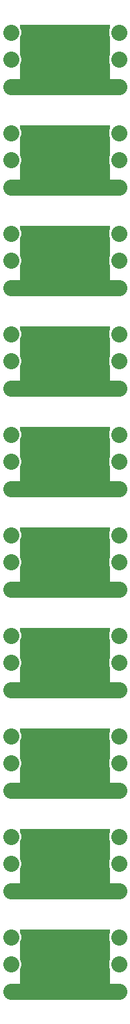
<source format=gbr>
G04 start of page 3 for group 1 idx 1 *
G04 Title: (unknown), solder *
G04 Creator: pcb 4.0.2 *
G04 CreationDate: Mon Aug 16 01:32:11 2021 UTC *
G04 For: ndholmes *
G04 Format: Gerber/RS-274X *
G04 PCB-Dimensions (mil): 700.00 5100.00 *
G04 PCB-Coordinate-Origin: lower left *
%MOIN*%
%FSLAX25Y25*%
%LNBOTTOM*%
%ADD28C,0.0500*%
%ADD27C,0.0120*%
%ADD26C,0.0310*%
%ADD25C,0.0260*%
%ADD24C,0.0800*%
%ADD23C,0.0200*%
%ADD22C,0.0001*%
G54D22*G36*
X15500Y312500D02*X8000D01*
Y320500D01*
X15500D01*
Y312500D01*
G37*
G36*
Y212500D02*X8000D01*
Y220500D01*
X15500D01*
Y212500D01*
G37*
G36*
Y162500D02*X8000D01*
Y170500D01*
X15500D01*
Y162500D01*
G37*
G36*
Y112500D02*X8000D01*
Y120500D01*
X15500D01*
Y112500D01*
G37*
G36*
Y62500D02*X8000D01*
Y70500D01*
X15500D01*
Y62500D01*
G37*
G36*
Y12500D02*X8000D01*
Y20500D01*
X15500D01*
Y12500D01*
G37*
G36*
X55500Y312500D02*Y320500D01*
X62000D01*
Y312500D01*
X55500D01*
G37*
G36*
Y262500D02*Y270500D01*
X62000D01*
Y262500D01*
X55500D01*
G37*
G36*
Y212500D02*Y220500D01*
X62000D01*
Y212500D01*
X55500D01*
G37*
G36*
X15500Y262500D02*X8000D01*
Y270500D01*
X15500D01*
Y262500D01*
G37*
G36*
X12500D02*Y277798D01*
X12770Y278450D01*
X12954Y279215D01*
X13000Y280000D01*
X12954Y280785D01*
X12770Y281550D01*
X12500Y282202D01*
Y291298D01*
X12770Y291950D01*
X12954Y292715D01*
X13000Y293500D01*
X12954Y294285D01*
X12770Y295050D01*
X12500Y295702D01*
Y297500D01*
X57500D01*
Y295702D01*
X57230Y295050D01*
X57046Y294285D01*
X56985Y293500D01*
X57046Y292715D01*
X57230Y291950D01*
X57500Y291298D01*
Y282202D01*
X57230Y281550D01*
X57046Y280785D01*
X56985Y280000D01*
X57046Y279215D01*
X57230Y278450D01*
X57500Y277798D01*
Y262500D01*
X12500D01*
G37*
G36*
Y212500D02*Y227798D01*
X12770Y228450D01*
X12954Y229215D01*
X13000Y230000D01*
X12954Y230785D01*
X12770Y231550D01*
X12500Y232202D01*
Y241298D01*
X12770Y241950D01*
X12954Y242715D01*
X13000Y243500D01*
X12954Y244285D01*
X12770Y245050D01*
X12500Y245702D01*
Y247500D01*
X57500D01*
Y245702D01*
X57230Y245050D01*
X57046Y244285D01*
X56985Y243500D01*
X57046Y242715D01*
X57230Y241950D01*
X57500Y241298D01*
Y232202D01*
X57230Y231550D01*
X57046Y230785D01*
X56985Y230000D01*
X57046Y229215D01*
X57230Y228450D01*
X57500Y227798D01*
Y212500D01*
X12500D01*
G37*
G36*
Y162500D02*Y177798D01*
X12770Y178450D01*
X12954Y179215D01*
X13000Y180000D01*
X12954Y180785D01*
X12770Y181550D01*
X12500Y182202D01*
Y191298D01*
X12770Y191950D01*
X12954Y192715D01*
X13000Y193500D01*
X12954Y194285D01*
X12770Y195050D01*
X12500Y195702D01*
Y197500D01*
X57500D01*
Y195702D01*
X57230Y195050D01*
X57046Y194285D01*
X56985Y193500D01*
X57046Y192715D01*
X57230Y191950D01*
X57500Y191298D01*
Y182202D01*
X57230Y181550D01*
X57046Y180785D01*
X56985Y180000D01*
X57046Y179215D01*
X57230Y178450D01*
X57500Y177798D01*
Y162500D01*
X12500D01*
G37*
G36*
Y112500D02*Y127798D01*
X12770Y128450D01*
X12954Y129215D01*
X13000Y130000D01*
X12954Y130785D01*
X12770Y131550D01*
X12500Y132202D01*
Y141298D01*
X12770Y141950D01*
X12954Y142715D01*
X13000Y143500D01*
X12954Y144285D01*
X12770Y145050D01*
X12500Y145702D01*
Y147500D01*
X57500D01*
Y145702D01*
X57230Y145050D01*
X57046Y144285D01*
X56985Y143500D01*
X57046Y142715D01*
X57230Y141950D01*
X57500Y141298D01*
Y132202D01*
X57230Y131550D01*
X57046Y130785D01*
X56985Y130000D01*
X57046Y129215D01*
X57230Y128450D01*
X57500Y127798D01*
Y112500D01*
X12500D01*
G37*
G36*
Y62500D02*Y77798D01*
X12770Y78450D01*
X12954Y79215D01*
X13000Y80000D01*
X12954Y80785D01*
X12770Y81550D01*
X12500Y82202D01*
Y91298D01*
X12770Y91950D01*
X12954Y92715D01*
X13000Y93500D01*
X12954Y94285D01*
X12770Y95050D01*
X12500Y95702D01*
Y97500D01*
X57500D01*
Y95702D01*
X57230Y95050D01*
X57046Y94285D01*
X56985Y93500D01*
X57046Y92715D01*
X57230Y91950D01*
X57500Y91298D01*
Y82202D01*
X57230Y81550D01*
X57046Y80785D01*
X56985Y80000D01*
X57046Y79215D01*
X57230Y78450D01*
X57500Y77798D01*
Y62500D01*
X12500D01*
G37*
G36*
X55500Y162500D02*Y170500D01*
X62000D01*
Y162500D01*
X55500D01*
G37*
G36*
Y112500D02*Y120500D01*
X62000D01*
Y112500D01*
X55500D01*
G37*
G36*
Y62500D02*Y70500D01*
X62000D01*
Y62500D01*
X55500D01*
G37*
G36*
Y12500D02*Y20500D01*
X62000D01*
Y12500D01*
X55500D01*
G37*
G36*
X12500D02*Y27798D01*
X12770Y28450D01*
X12954Y29215D01*
X13000Y30000D01*
X12954Y30785D01*
X12770Y31550D01*
X12500Y32202D01*
Y41298D01*
X12770Y41950D01*
X12954Y42715D01*
X13000Y43500D01*
X12954Y44285D01*
X12770Y45050D01*
X12500Y45702D01*
Y47500D01*
X57500D01*
Y45702D01*
X57230Y45050D01*
X57046Y44285D01*
X56985Y43500D01*
X57046Y42715D01*
X57230Y41950D01*
X57500Y41298D01*
Y32202D01*
X57230Y31550D01*
X57046Y30785D01*
X56985Y30000D01*
X57046Y29215D01*
X57230Y28450D01*
X57500Y27798D01*
Y12500D01*
X12500D01*
G37*
G36*
X15500Y412500D02*X8000D01*
Y420500D01*
X15500D01*
Y412500D01*
G37*
G36*
X55500D02*Y420500D01*
X62000D01*
Y412500D01*
X55500D01*
G37*
G36*
X15500Y362500D02*X8000D01*
Y370500D01*
X15500D01*
Y362500D01*
G37*
G36*
X55500D02*Y370500D01*
X62000D01*
Y362500D01*
X55500D01*
G37*
G36*
X12500D02*Y377798D01*
X12770Y378450D01*
X12954Y379215D01*
X13000Y380000D01*
X12954Y380785D01*
X12770Y381550D01*
X12500Y382202D01*
Y391298D01*
X12770Y391950D01*
X12954Y392715D01*
X13000Y393500D01*
X12954Y394285D01*
X12770Y395050D01*
X12500Y395702D01*
Y397500D01*
X57500D01*
Y395702D01*
X57230Y395050D01*
X57046Y394285D01*
X56985Y393500D01*
X57046Y392715D01*
X57230Y391950D01*
X57500Y391298D01*
Y382202D01*
X57230Y381550D01*
X57046Y380785D01*
X56985Y380000D01*
X57046Y379215D01*
X57230Y378450D01*
X57500Y377798D01*
Y362500D01*
X12500D01*
G37*
G36*
X15500Y462500D02*X8000D01*
Y470500D01*
X15500D01*
Y462500D01*
G37*
G36*
X55500D02*Y470500D01*
X62000D01*
Y462500D01*
X55500D01*
G37*
G36*
X12500D02*Y477798D01*
X12770Y478450D01*
X12954Y479215D01*
X13000Y480000D01*
X12954Y480785D01*
X12770Y481550D01*
X12500Y482202D01*
Y491298D01*
X12770Y491950D01*
X12954Y492715D01*
X13000Y493500D01*
X12954Y494285D01*
X12770Y495050D01*
X12500Y495702D01*
Y497500D01*
X57500D01*
Y495702D01*
X57230Y495050D01*
X57046Y494285D01*
X56985Y493500D01*
X57046Y492715D01*
X57230Y491950D01*
X57500Y491298D01*
Y482202D01*
X57230Y481550D01*
X57046Y480785D01*
X56985Y480000D01*
X57046Y479215D01*
X57230Y478450D01*
X57500Y477798D01*
Y462500D01*
X12500D01*
G37*
G36*
Y412500D02*Y427798D01*
X12770Y428450D01*
X12954Y429215D01*
X13000Y430000D01*
X12954Y430785D01*
X12770Y431550D01*
X12500Y432202D01*
Y441298D01*
X12770Y441950D01*
X12954Y442715D01*
X13000Y443500D01*
X12954Y444285D01*
X12770Y445050D01*
X12500Y445702D01*
Y447500D01*
X57500D01*
Y445702D01*
X57230Y445050D01*
X57046Y444285D01*
X56985Y443500D01*
X57046Y442715D01*
X57230Y441950D01*
X57500Y441298D01*
Y432202D01*
X57230Y431550D01*
X57046Y430785D01*
X56985Y430000D01*
X57046Y429215D01*
X57230Y428450D01*
X57500Y427798D01*
Y412500D01*
X12500D01*
G37*
G36*
Y312500D02*Y327798D01*
X12770Y328450D01*
X12954Y329215D01*
X13000Y330000D01*
X12954Y330785D01*
X12770Y331550D01*
X12500Y332202D01*
Y341298D01*
X12770Y341950D01*
X12954Y342715D01*
X13000Y343500D01*
X12954Y344285D01*
X12770Y345050D01*
X12500Y345702D01*
Y347500D01*
X57500D01*
Y345702D01*
X57230Y345050D01*
X57046Y344285D01*
X56985Y343500D01*
X57046Y342715D01*
X57230Y341950D01*
X57500Y341298D01*
Y332202D01*
X57230Y331550D01*
X57046Y330785D01*
X56985Y330000D01*
X57046Y329215D01*
X57230Y328450D01*
X57500Y327798D01*
Y312500D01*
X12500D01*
G37*
G54D23*X17000Y264500D02*X26000D01*
X17000D02*Y271500D01*
Y214500D02*X26000D01*
X17000Y164500D02*X26000D01*
X17000D02*Y171500D01*
Y214500D02*Y221500D01*
Y114500D02*X26000D01*
X17000D02*Y121500D01*
Y64500D02*X26000D01*
X17000D02*Y71500D01*
Y14500D02*X26000D01*
X17000D02*Y21500D01*
Y364500D02*X26000D01*
X17000D02*Y371500D01*
Y314500D02*X26000D01*
X17000D02*Y321500D01*
Y464500D02*X26000D01*
X17000D02*Y471500D01*
Y414500D02*X26000D01*
X17000D02*Y421500D01*
G54D24*X62000Y416500D03*
X8000Y430000D03*
Y416500D03*
X62000Y430000D03*
X8000Y443500D03*
Y393500D03*
X62000Y366500D03*
Y380000D03*
Y393500D03*
Y316500D03*
Y330000D03*
Y343500D03*
X8000Y380000D03*
Y366500D03*
Y330000D03*
Y316500D03*
Y343500D03*
Y480000D03*
Y466500D03*
Y493500D03*
X62000Y466500D03*
Y480000D03*
Y493500D03*
Y443500D03*
Y266500D03*
Y280000D03*
Y293500D03*
Y243500D03*
X8000Y280000D03*
Y266500D03*
Y293500D03*
Y230000D03*
Y216500D03*
Y243500D03*
X62000Y216500D03*
Y230000D03*
Y180000D03*
Y193500D03*
X8000Y180000D03*
Y193500D03*
Y166500D03*
Y130000D03*
Y143500D03*
X62000Y166500D03*
Y116500D03*
Y130000D03*
Y143500D03*
Y66500D03*
Y80000D03*
Y93500D03*
X8000Y116500D03*
Y80000D03*
Y66500D03*
Y93500D03*
X62000Y16500D03*
Y30000D03*
Y43500D03*
X8000Y30000D03*
Y16500D03*
Y43500D03*
G54D25*X26500Y295500D03*
X42500Y296000D03*
X45500D03*
X26500Y292500D03*
Y245500D03*
Y242500D03*
X41000Y282800D03*
Y232800D03*
X42500Y246000D03*
X45500D03*
X42500Y396000D03*
X45500D03*
X26500Y395500D03*
Y392500D03*
Y345500D03*
Y342500D03*
X41000Y382800D03*
Y332800D03*
X42500Y346000D03*
X45500D03*
X26500Y195500D03*
X42500Y196000D03*
X45500D03*
X26500Y192500D03*
Y145500D03*
Y142500D03*
X41000Y182800D03*
X42500Y146000D03*
X45500D03*
X26500Y495500D03*
X42500Y496000D03*
X45500D03*
X26500Y492500D03*
X41000Y482800D03*
X26500Y445500D03*
X42500Y446000D03*
X45500D03*
X26500Y442500D03*
X41000Y432800D03*
Y82800D03*
Y132800D03*
X26500Y95500D03*
X42500Y96000D03*
X45500D03*
Y46000D03*
X26500Y92500D03*
Y45500D03*
Y42500D03*
X41000Y32800D03*
X42500Y46000D03*
G54D26*G54D27*G54D26*G54D27*G54D26*G54D27*G54D26*G54D27*G54D26*G54D27*G54D26*G54D27*G54D26*G54D27*G54D26*G54D27*G54D28*M02*

</source>
